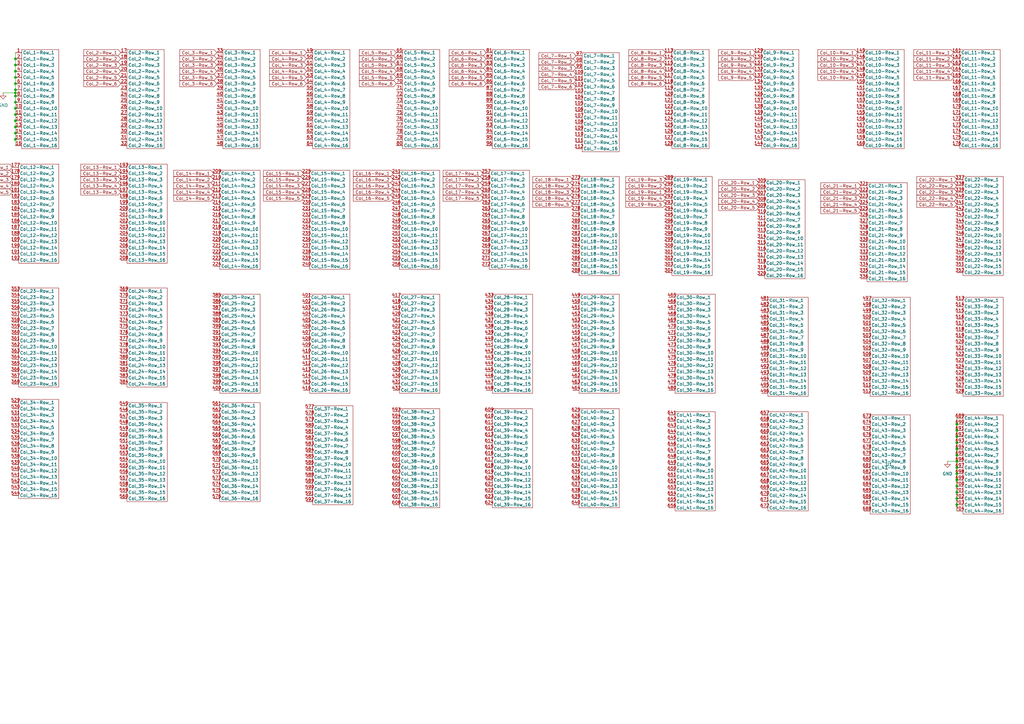
<source format=kicad_sch>
(kicad_sch (version 20231120) (generator "eeschema") (generator_version "8.0")
  (paper "A3")
  (junction (at 392.43 194.31))
  (junction (at 6.35 49.53))
  (junction (at 392.43 186.69))
  (junction (at 392.43 191.77))
  (junction (at 392.43 201.93))
  (junction (at 6.35 24.13))
  (junction (at 6.35 39.37))
  (junction (at 392.43 179.07))
  (junction (at 6.35 26.67))
  (junction (at 392.43 181.61))
  (junction (at 6.35 41.91))
  (junction (at 392.43 207.01))
  (junction (at 392.43 189.23))
  (junction (at 392.43 196.85))
  (junction (at 6.35 52.07))
  (junction (at 392.43 184.15))
  (junction (at 6.35 36.83))
  (junction (at 6.35 46.99))
  (junction (at 392.43 176.53))
  (junction (at 392.43 173.99))
  (junction (at 6.35 34.29))
  (junction (at 6.35 29.21))
  (junction (at 6.35 57.15))
  (junction (at 6.35 44.45))
  (junction (at 6.35 38.1))
  (junction (at 6.35 54.61))
  (junction (at 392.43 204.47))
  (junction (at 6.35 31.75))
  (junction (at 392.43 199.39))
  (wire (pts (xy 6.35 39.37) (xy 6.35 41.91)))
  (wire (pts (xy 392.43 179.07) (xy 392.43 181.61)))
  (wire (pts (xy 6.35 21.59) (xy 6.35 24.13)))
  (wire (pts (xy 392.43 181.61) (xy 392.43 184.15)))
  (wire (pts (xy 388.62 189.23) (xy 392.43 189.23)))
  (wire (pts (xy 392.43 184.15) (xy 392.43 186.69)))
  (wire (pts (xy 6.35 49.53) (xy 6.35 52.07)))
  (wire (pts (xy 6.35 57.15) (xy 6.35 59.69)))
  (wire (pts (xy 392.43 173.99) (xy 392.43 176.53)))
  (wire (pts (xy 392.43 194.31) (xy 392.43 196.85)))
  (wire (pts (xy 6.35 36.83) (xy 6.35 38.1)))
  (wire (pts (xy 6.35 54.61) (xy 6.35 57.15)))
  (wire (pts (xy 6.35 41.91) (xy 6.35 44.45)))
  (wire (pts (xy 392.43 201.93) (xy 392.43 204.47)))
  (wire (pts (xy 392.43 176.53) (xy 392.43 179.07)))
  (wire (pts (xy 6.35 38.1) (xy 6.35 39.37)))
  (wire (pts (xy 6.35 26.67) (xy 6.35 29.21)))
  (wire (pts (xy 6.35 31.75) (xy 6.35 34.29)))
  (wire (pts (xy 392.43 207.01) (xy 392.43 209.55)))
  (wire (pts (xy 392.43 171.45) (xy 392.43 173.99)))
  (wire (pts (xy 6.35 46.99) (xy 6.35 49.53)))
  (wire (pts (xy 6.35 24.13) (xy 6.35 26.67)))
  (wire (pts (xy 6.35 29.21) (xy 6.35 31.75)))
  (wire (pts (xy 392.43 186.69) (xy 392.43 189.23)))
  (wire (pts (xy 392.43 191.77) (xy 392.43 194.31)))
  (wire (pts (xy 6.35 34.29) (xy 6.35 36.83)))
  (wire (pts (xy 392.43 204.47) (xy 392.43 207.01)))
  (wire (pts (xy 6.35 38.1) (xy 1.27 38.1)))
  (wire (pts (xy 392.43 196.85) (xy 392.43 199.39)))
  (wire (pts (xy 6.35 44.45) (xy 6.35 46.99)))
  (wire (pts (xy 392.43 199.39) (xy 392.43 201.93)))
  (wire (pts (xy 6.35 52.07) (xy 6.35 54.61)))
  (wire (pts (xy 392.43 189.23) (xy 392.43 191.77)))
  (global_label "Col_21-Row_1" (shape input) (at 353.06 76.2 180) (property "Intersheetrefs" "${INTERSHEET_REFS}" (effects (hide yes))))
  (global_label "Col_3-Row_1" (shape input) (at 88.9 21.59 180) (property "Intersheetrefs" "${INTERSHEET_REFS}" (effects (hide yes))))
  (global_label "Col_4-Row_2" (shape input) (at 125.73 24.13 180) (property "Intersheetrefs" "${INTERSHEET_REFS}" (effects (hide yes))))
  (global_label "Col_12-Row_5" (shape input) (at 5.08 78.74 180) (property "Intersheetrefs" "${INTERSHEET_REFS}" (effects (hide yes))))
  (global_label "Col_21-Row_2" (shape input) (at 353.06 78.74 180) (property "Intersheetrefs" "${INTERSHEET_REFS}" (effects (hide yes))))
  (global_label "Col_11-Row_2" (shape input) (at 391.16 24.13 180) (property "Intersheetrefs" "${INTERSHEET_REFS}" (effects (hide yes))))
  (global_label "Col_20-Row_2" (shape input) (at 311.15 77.47 180) (property "Intersheetrefs" "${INTERSHEET_REFS}" (effects (hide yes))))
  (global_label "Col_10-Row_1" (shape input) (at 351.79 21.59 180) (property "Intersheetrefs" "${INTERSHEET_REFS}" (effects (hide yes))))
  (global_label "Col_10-Row_4" (shape input) (at 351.79 29.21 180) (property "Intersheetrefs" "${INTERSHEET_REFS}" (effects (hide yes))))
  (global_label "Col_8-Row_2" (shape input) (at 273.05 24.13 180) (property "Intersheetrefs" "${INTERSHEET_REFS}" (effects (hide yes))))
  (global_label "Col_22-Row_1" (shape input) (at 392.43 73.66 180) (property "Intersheetrefs" "${INTERSHEET_REFS}" (effects (hide yes))))
  (global_label "Col_20-Row_5" (shape input) (at 311.15 85.09 180) (property "Intersheetrefs" "${INTERSHEET_REFS}" (effects (hide yes))))
  (global_label "Col_5-Row_5" (shape input) (at 162.56 31.75 180) (property "Intersheetrefs" "${INTERSHEET_REFS}" (effects (hide yes))))
  (global_label "Col_18-Row_1" (shape input) (at 234.95 73.66 180) (property "Intersheetrefs" "${INTERSHEET_REFS}" (effects (hide yes))))
  (global_label "Col_10-Row_3" (shape input) (at 351.79 26.67 180) (property "Intersheetrefs" "${INTERSHEET_REFS}" (effects (hide yes))))
  (global_label "Col_7-Row_2" (shape input) (at 236.22 25.4 180) (property "Intersheetrefs" "${INTERSHEET_REFS}" (effects (hide yes))))
  (global_label "Col_4-Row_5" (shape input) (at 125.73 31.75 180) (property "Intersheetrefs" "${INTERSHEET_REFS}" (effects (hide yes))))
  (global_label "Col_19-Row_3" (shape input) (at 273.05 73.66 180) (property "Intersheetrefs" "${INTERSHEET_REFS}" (effects (hide yes))))
  (global_label "Col_17-Row_2" (shape input) (at 198.12 73.66 180) (property "Intersheetrefs" "${INTERSHEET_REFS}" (effects (hide yes))))
  (global_label "Col_18-Row_2" (shape input) (at 234.95 76.2 180) (property "Intersheetrefs" "${INTERSHEET_REFS}" (effects (hide yes))))
  (global_label "Col_9-Row_1" (shape input) (at 309.88 21.59 180) (property "Intersheetrefs" "${INTERSHEET_REFS}" (effects (hide yes))))
  (global_label "Col_7-Row_6" (shape input) (at 236.22 35.56 180) (property "Intersheetrefs" "${INTERSHEET_REFS}" (effects (hide yes))))
  (global_label "Col_17-Row_5" (shape input) (at 198.12 81.28 180) (property "Intersheetrefs" "${INTERSHEET_REFS}" (effects (hide yes))))
  (global_label "Col_12-Row_2" (shape input) (at 5.08 71.12 180) (property "Intersheetrefs" "${INTERSHEET_REFS}" (effects (hide yes))))
  (global_label "Col_14-Row_3" (shape input) (at 87.63 76.2 180) (property "Intersheetrefs" "${INTERSHEET_REFS}" (effects (hide yes))))
  (global_label "Col_3-Row_4" (shape input) (at 88.9 29.21 180) (property "Intersheetrefs" "${INTERSHEET_REFS}" (effects (hide yes))))
  (global_label "Col_18-Row_3" (shape input) (at 234.95 78.74 180) (property "Intersheetrefs" "${INTERSHEET_REFS}" (effects (hide yes))))
  (global_label "Col_8-Row_4" (shape input) (at 273.05 29.21 180) (property "Intersheetrefs" "${INTERSHEET_REFS}" (effects (hide yes))))
  (global_label "Col_7-Row_3" (shape input) (at 236.22 27.94 180) (property "Intersheetrefs" "${INTERSHEET_REFS}" (effects (hide yes))))
  (global_label "Col_9-Row_4" (shape input) (at 309.88 29.21 180) (property "Intersheetrefs" "${INTERSHEET_REFS}" (effects (hide yes))))
  (global_label "Col_7-Row_5" (shape input) (at 236.22 33.02 180) (property "Intersheetrefs" "${INTERSHEET_REFS}" (effects (hide yes))))
  (global_label "Col_21-Row_4" (shape input) (at 353.06 83.82 180) (property "Intersheetrefs" "${INTERSHEET_REFS}" (effects (hide yes))))
  (global_label "Col_5-Row_4" (shape input) (at 162.56 29.21 180) (property "Intersheetrefs" "${INTERSHEET_REFS}" (effects (hide yes))))
  (global_label "Col_2-Row_1" (shape input) (at 49.53 21.59 180) (property "Intersheetrefs" "${INTERSHEET_REFS}" (effects (hide yes))))
  (global_label "Col_19-Row_5" (shape input) (at 273.05 83.82 180) (property "Intersheetrefs" "${INTERSHEET_REFS}" (effects (hide yes))))
  (global_label "Col_22-Row_3" (shape input) (at 392.43 78.74 180) (property "Intersheetrefs" "${INTERSHEET_REFS}" (effects (hide yes))))
  (global_label "Col_2-Row_2" (shape input) (at 49.53 24.13 180) (property "Intersheetrefs" "${INTERSHEET_REFS}" (effects (hide yes))))
  (global_label "Col_4-Row_6" (shape input) (at 125.73 34.29 180) (property "Intersheetrefs" "${INTERSHEET_REFS}" (effects (hide yes))))
  (global_label "Col_16-Row_2" (shape input) (at 161.29 73.66 180) (property "Intersheetrefs" "${INTERSHEET_REFS}" (effects (hide yes))))
  (global_label "Col_6-Row_2" (shape input) (at 199.39 24.13 180) (property "Intersheetrefs" "${INTERSHEET_REFS}" (effects (hide yes))))
  (global_label "Col_10-Row_2" (shape input) (at 351.79 24.13 180) (property "Intersheetrefs" "${INTERSHEET_REFS}" (effects (hide yes))))
  (global_label "Col_12-Row_4" (shape input) (at 5.08 76.2 180) (property "Intersheetrefs" "${INTERSHEET_REFS}" (effects (hide yes))))
  (global_label "Col_22-Row_2" (shape input) (at 392.43 76.2 180) (property "Intersheetrefs" "${INTERSHEET_REFS}" (effects (hide yes))))
  (global_label "Col_13-Row_4" (shape input) (at 49.53 76.2 180) (property "Intersheetrefs" "${INTERSHEET_REFS}" (effects (hide yes))))
  (global_label "Col_14-Row_2" (shape input) (at 87.63 73.66 180) (property "Intersheetrefs" "${INTERSHEET_REFS}" (effects (hide yes))))
  (global_label "Col_11-Row_5" (shape input) (at 391.16 31.75 180) (property "Intersheetrefs" "${INTERSHEET_REFS}" (effects (hide yes))))
  (global_label "Col_9-Row_3" (shape input) (at 309.88 26.67 180) (property "Intersheetrefs" "${INTERSHEET_REFS}" (effects (hide yes))))
  (global_label "Col_21-Row_3" (shape input) (at 353.06 81.28 180) (property "Intersheetrefs" "${INTERSHEET_REFS}" (effects (hide yes))))
  (global_label "Col_14-Row_4" (shape input) (at 87.63 78.74 180) (property "Intersheetrefs" "${INTERSHEET_REFS}" (effects (hide yes))))
  (global_label "Col_17-Row_1" (shape input) (at 198.12 71.12 180) (property "Intersheetrefs" "${INTERSHEET_REFS}" (effects (hide yes))))
  (global_label "Col_8-Row_6" (shape input) (at 273.05 34.29 180) (property "Intersheetrefs" "${INTERSHEET_REFS}" (effects (hide yes))))
  (global_label "Col_22-Row_5" (shape input) (at 392.43 83.82 180) (property "Intersheetrefs" "${INTERSHEET_REFS}" (effects (hide yes))))
  (global_label "Col_14-Row_1" (shape input) (at 87.63 71.12 180) (property "Intersheetrefs" "${INTERSHEET_REFS}" (effects (hide yes))))
  (global_label "Col_13-Row_3" (shape input) (at 49.53 73.66 180) (property "Intersheetrefs" "${INTERSHEET_REFS}" (effects (hide yes))))
  (global_label "Col_13-Row_1" (shape input) (at 49.53 68.58 180) (property "Intersheetrefs" "${INTERSHEET_REFS}" (effects (hide yes))))
  (global_label "Col_4-Row_1" (shape input) (at 125.73 21.59 180) (property "Intersheetrefs" "${INTERSHEET_REFS}" (effects (hide yes))))
  (global_label "Col_17-Row_4" (shape input) (at 198.12 78.74 180) (property "Intersheetrefs" "${INTERSHEET_REFS}" (effects (hide yes))))
  (global_label "Col_19-Row_1" (shape input) (at 273.05 78.74 180) (property "Intersheetrefs" "${INTERSHEET_REFS}" (effects (hide yes))))
  (global_label "Col_13-Row_2" (shape input) (at 49.53 71.12 180) (property "Intersheetrefs" "${INTERSHEET_REFS}" (effects (hide yes))))
  (global_label "Col_17-Row_3" (shape input) (at 198.12 76.2 180) (property "Intersheetrefs" "${INTERSHEET_REFS}" (effects (hide yes))))
  (global_label "Col_19-Row_2" (shape input) (at 273.05 76.2 180) (property "Intersheetrefs" "${INTERSHEET_REFS}" (effects (hide yes))))
  (global_label "Col_6-Row_3" (shape input) (at 199.39 26.67 180) (property "Intersheetrefs" "${INTERSHEET_REFS}" (effects (hide yes))))
  (global_label "Col_2-Row_6" (shape input) (at 49.53 34.29 180) (property "Intersheetrefs" "${INTERSHEET_REFS}" (effects (hide yes))))
  (global_label "Col_18-Row_4" (shape input) (at 234.95 81.28 180) (property "Intersheetrefs" "${INTERSHEET_REFS}" (effects (hide yes))))
  (global_label "Col_6-Row_1" (shape input) (at 199.39 21.59 180) (property "Intersheetrefs" "${INTERSHEET_REFS}" (effects (hide yes))))
  (global_label "Col_3-Row_2" (shape input) (at 88.9 24.13 180) (property "Intersheetrefs" "${INTERSHEET_REFS}" (effects (hide yes))))
  (global_label "Col_21-Row_5" (shape input) (at 353.06 86.36 180) (property "Intersheetrefs" "${INTERSHEET_REFS}" (effects (hide yes))))
  (global_label "Col_20-Row_4" (shape input) (at 311.15 82.55 180) (property "Intersheetrefs" "${INTERSHEET_REFS}" (effects (hide yes))))
  (global_label "Col_22-Row_4" (shape input) (at 392.43 81.28 180) (property "Intersheetrefs" "${INTERSHEET_REFS}" (effects (hide yes))))
  (global_label "Col_4-Row_3" (shape input) (at 125.73 26.67 180) (property "Intersheetrefs" "${INTERSHEET_REFS}" (effects (hide yes))))
  (global_label "Col_11-Row_1" (shape input) (at 391.16 21.59 180) (property "Intersheetrefs" "${INTERSHEET_REFS}" (effects (hide yes))))
  (global_label "Col_18-Row_5" (shape input) (at 234.95 83.82 180) (property "Intersheetrefs" "${INTERSHEET_REFS}" (effects (hide yes))))
  (global_label "Col_15-Row_4" (shape input) (at 124.46 78.74 180) (property "Intersheetrefs" "${INTERSHEET_REFS}" (effects (hide yes))))
  (global_label "Col_12-Row_3" (shape input) (at 5.08 73.66 180) (property "Intersheetrefs" "${INTERSHEET_REFS}" (effects (hide yes))))
  (global_label "Col_6-Row_5" (shape input) (at 199.39 31.75 180) (property "Intersheetrefs" "${INTERSHEET_REFS}" (effects (hide yes))))
  (global_label "Col_15-Row_3" (shape input) (at 124.46 76.2 180) (property "Intersheetrefs" "${INTERSHEET_REFS}" (effects (hide yes))))
  (global_label "Col_5-Row_1" (shape input) (at 162.56 21.59 180) (property "Intersheetrefs" "${INTERSHEET_REFS}" (effects (hide yes))))
  (global_label "Col_16-Row_3" (shape input) (at 161.29 76.2 180) (property "Intersheetrefs" "${INTERSHEET_REFS}" (effects (hide yes))))
  (global_label "Col_15-Row_2" (shape input) (at 124.46 73.66 180) (property "Intersheetrefs" "${INTERSHEET_REFS}" (effects (hide yes))))
  (global_label "Col_3-Row_3" (shape input) (at 88.9 26.67 180) (property "Intersheetrefs" "${INTERSHEET_REFS}" (effects (hide yes))))
  (global_label "Col_20-Row_3" (shape input) (at 311.15 80.01 180) (property "Intersheetrefs" "${INTERSHEET_REFS}" (effects (hide yes))))
  (global_label "Col_8-Row_1" (shape input) (at 273.05 21.59 180) (property "Intersheetrefs" "${INTERSHEET_REFS}" (effects (hide yes))))
  (global_label "Col_3-Row_5" (shape input) (at 88.9 31.75 180) (property "Intersheetrefs" "${INTERSHEET_REFS}" (effects (hide yes))))
  (global_label "Col_8-Row_3" (shape input) (at 273.05 26.67 180) (property "Intersheetrefs" "${INTERSHEET_REFS}" (effects (hide yes))))
  (global_label "Col_3-Row_6" (shape input) (at 88.9 34.29 180) (property "Intersheetrefs" "${INTERSHEET_REFS}" (effects (hide yes))))
  (global_label "Col_5-Row_2" (shape input) (at 162.56 24.13 180) (property "Intersheetrefs" "${INTERSHEET_REFS}" (effects (hide yes))))
  (global_label "Col_13-Row_5" (shape input) (at 49.53 78.74 180) (property "Intersheetrefs" "${INTERSHEET_REFS}" (effects (hide yes))))
  (global_label "Col_19-Row_4" (shape input) (at 273.05 81.28 180) (property "Intersheetrefs" "${INTERSHEET_REFS}" (effects (hide yes))))
  (global_label "Col_2-Row_4" (shape input) (at 49.53 29.21 180) (property "Intersheetrefs" "${INTERSHEET_REFS}" (effects (hide yes))))
  (global_label "Col_12-Row_1" (shape input) (at 5.08 68.58 180) (property "Intersheetrefs" "${INTERSHEET_REFS}" (effects (hide yes))))
  (global_label "Col_15-Row_1" (shape input) (at 124.46 71.12 180) (property "Intersheetrefs" "${INTERSHEET_REFS}" (effects (hide yes))))
  (global_label "Col_8-Row_5" (shape input) (at 273.05 31.75 180) (property "Intersheetrefs" "${INTERSHEET_REFS}" (effects (hide yes))))
  (global_label "Col_14-Row_5" (shape input) (at 87.63 81.28 180) (property "Intersheetrefs" "${INTERSHEET_REFS}" (effects (hide yes))))
  (global_label "Col_16-Row_5" (shape input) (at 161.29 81.28 180) (property "Intersheetrefs" "${INTERSHEET_REFS}" (effects (hide yes))))
  (global_label "Col_2-Row_3" (shape input) (at 49.53 26.67 180) (property "Intersheetrefs" "${INTERSHEET_REFS}" (effects (hide yes))))
  (global_label "Col_4-Row_4" (shape input) (at 125.73 29.21 180) (property "Intersheetrefs" "${INTERSHEET_REFS}" (effects (hide yes))))
  (global_label "Col_5-Row_6" (shape input) (at 162.56 34.29 180) (property "Intersheetrefs" "${INTERSHEET_REFS}" (effects (hide yes))))
  (global_label "Col_20-Row_1" (shape input) (at 311.15 74.93 180) (property "Intersheetrefs" "${INTERSHEET_REFS}" (effects (hide yes))))
  (global_label "Col_11-Row_4" (shape input) (at 391.16 29.21 180) (property "Intersheetrefs" "${INTERSHEET_REFS}" (effects (hide yes))))
  (global_label "Col_9-Row_2" (shape input) (at 309.88 24.13 180) (property "Intersheetrefs" "${INTERSHEET_REFS}" (effects (hide yes))))
  (global_label "Col_6-Row_6" (shape input) (at 199.39 34.29 180) (property "Intersheetrefs" "${INTERSHEET_REFS}" (effects (hide yes))))
  (global_label "Col_6-Row_4" (shape input) (at 199.39 29.21 180) (property "Intersheetrefs" "${INTERSHEET_REFS}" (effects (hide yes))))
  (global_label "Col_9-Row_5" (shape input) (at 309.88 31.75 180) (property "Intersheetrefs" "${INTERSHEET_REFS}" (effects (hide yes))))
  (global_label "Col_7-Row_1" (shape input) (at 236.22 22.86 180) (property "Intersheetrefs" "${INTERSHEET_REFS}" (effects (hide yes))))
  (global_label "Col_10-Row_5" (shape input) (at 351.79 31.75 180) (property "Intersheetrefs" "${INTERSHEET_REFS}" (effects (hide yes))))
  (global_label "Col_16-Row_1" (shape input) (at 161.29 71.12 180) (property "Intersheetrefs" "${INTERSHEET_REFS}" (effects (hide yes))))
  (global_label "Col_5-Row_3" (shape input) (at 162.56 26.67 180) (property "Intersheetrefs" "${INTERSHEET_REFS}" (effects (hide yes))))
  (global_label "Col_7-Row_4" (shape input) (at 236.22 30.48 180) (property "Intersheetrefs" "${INTERSHEET_REFS}" (effects (hide yes))))
  (global_label "Col_11-Row_3" (shape input) (at 391.16 26.67 180) (property "Intersheetrefs" "${INTERSHEET_REFS}" (effects (hide yes))))
  (global_label "Col_16-Row_4" (shape input) (at 161.29 78.74 180) (property "Intersheetrefs" "${INTERSHEET_REFS}" (effects (hide yes))))
  (global_label "Col_15-Row_5" (shape input) (at 124.46 81.28 180) (property "Intersheetrefs" "${INTERSHEET_REFS}" (effects (hide yes))))
  (global_label "Col_2-Row_5" (shape input) (at 49.53 31.75 180) (property "Intersheetrefs" "${INTERSHEET_REFS}" (effects (hide yes))))
  (symbol (lib_id "power:GND") (at 1.27 38.1 0) (unit 1)
    (property "Reference" "#PWR01" (effects (hide yes)))
    (property "Value" "GND" (at 1.27 43.18 0))
    (property "Description" "Power symbol creates a global label with name \"GND\" , ground" (effects (hide yes)))
  )
  (symbol (lib_id "HYDRA_Symbol:TPC_Pinreadout_16x44") (at 59.69 218.44 0) (unit 1)
    (property "Reference" "U1" (at 363.22 190.4999 0) (effects (justify left)))
    (property "Value" "~" (at 363.22 192.405 0) (effects (justify left)))
    (property "Footprint" "HYDRA_Footprints:TPC_Adapter_Footprint" (effects (hide yes)))
  )
  (symbol (lib_id "power:GND") (at 388.62 189.23 0) (unit 1)
    (property "Reference" "#PWR02" (effects (hide yes)))
    (property "Value" "GND" (at 388.62 194.31 0))
    (property "Description" "Power symbol creates a global label with name \"GND\" , ground" (effects (hide yes)))
  )
)
</source>
